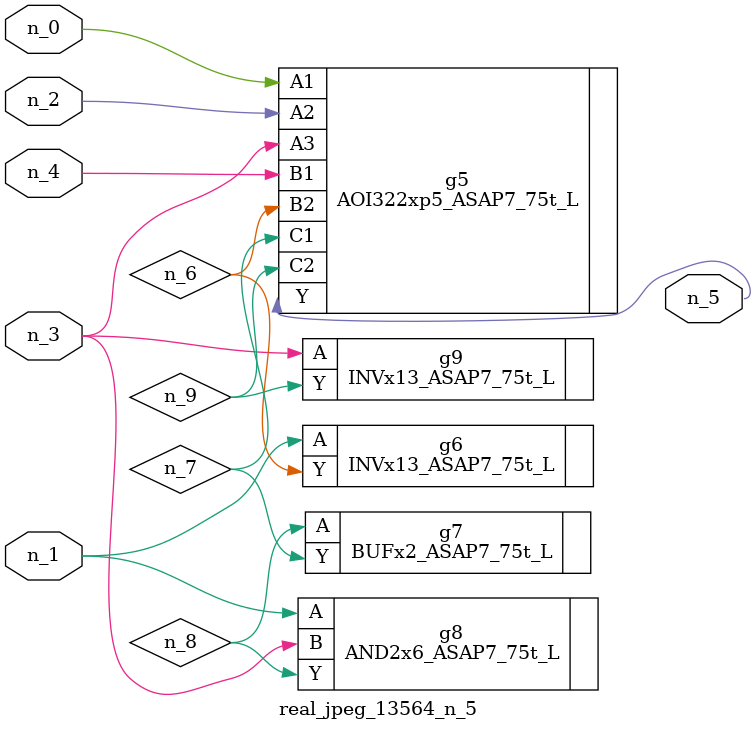
<source format=v>
module real_jpeg_13564_n_5 (n_4, n_0, n_1, n_2, n_3, n_5);

input n_4;
input n_0;
input n_1;
input n_2;
input n_3;

output n_5;

wire n_8;
wire n_6;
wire n_7;
wire n_9;

AOI322xp5_ASAP7_75t_L g5 ( 
.A1(n_0),
.A2(n_2),
.A3(n_3),
.B1(n_4),
.B2(n_6),
.C1(n_7),
.C2(n_9),
.Y(n_5)
);

INVx13_ASAP7_75t_L g6 ( 
.A(n_1),
.Y(n_6)
);

AND2x6_ASAP7_75t_L g8 ( 
.A(n_1),
.B(n_3),
.Y(n_8)
);

INVx13_ASAP7_75t_L g9 ( 
.A(n_3),
.Y(n_9)
);

BUFx2_ASAP7_75t_L g7 ( 
.A(n_8),
.Y(n_7)
);


endmodule
</source>
